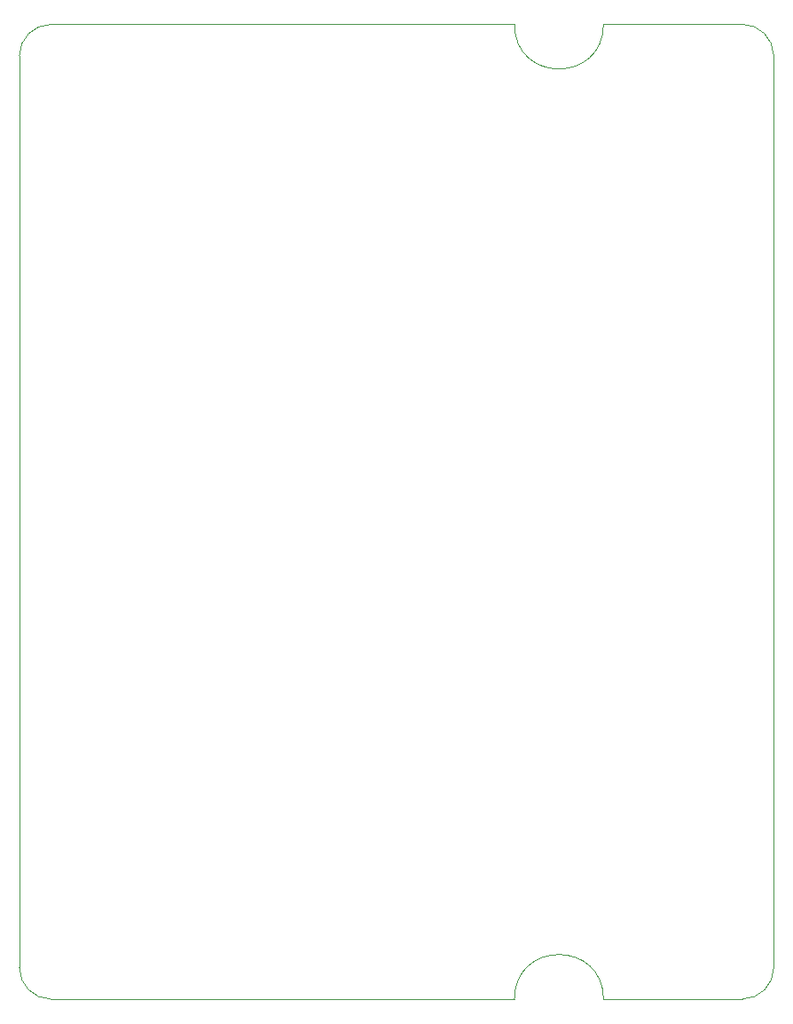
<source format=gbr>
G04 #@! TF.GenerationSoftware,KiCad,Pcbnew,(5.1.6)-1*
G04 #@! TF.CreationDate,2020-07-23T23:07:16-07:00*
G04 #@! TF.ProjectId,Mycroft - Mark 2,4d796372-6f66-4742-902d-204d61726b20,rev?*
G04 #@! TF.SameCoordinates,Original*
G04 #@! TF.FileFunction,Profile,NP*
%FSLAX46Y46*%
G04 Gerber Fmt 4.6, Leading zero omitted, Abs format (unit mm)*
G04 Created by KiCad (PCBNEW (5.1.6)-1) date 2020-07-23 23:07:16*
%MOMM*%
%LPD*%
G01*
G04 APERTURE LIST*
G04 #@! TA.AperFunction,Profile*
%ADD10C,0.100000*%
G04 #@! TD*
G04 APERTURE END LIST*
D10*
X69405347Y-4874000D02*
G75*
G02*
X72405347Y-7874000I0J-3000000D01*
G01*
X3405348Y-97878492D02*
G75*
G02*
X405348Y-94878492I0J3000000D01*
G01*
X3405348Y-97878492D02*
X47655347Y-97878492D01*
X47655347Y-97878492D02*
G75*
G02*
X56155347Y-97878492I4250000J0D01*
G01*
X56155347Y-97878492D02*
X69405347Y-97878492D01*
X72405630Y-94878492D02*
X72405347Y-7874000D01*
X69405347Y-4874000D02*
X56155347Y-4878492D01*
X56155347Y-4878492D02*
G75*
G02*
X47655347Y-4878492I-4250000J0D01*
G01*
X47655347Y-4878492D02*
X3405348Y-4878492D01*
X405348Y-7878492D02*
G75*
G02*
X3405348Y-4878492I3000000J0D01*
G01*
X405348Y-7878492D02*
X405348Y-94878492D01*
X72405630Y-94878492D02*
G75*
G02*
X69405630Y-97878492I-3000000J0D01*
G01*
M02*

</source>
